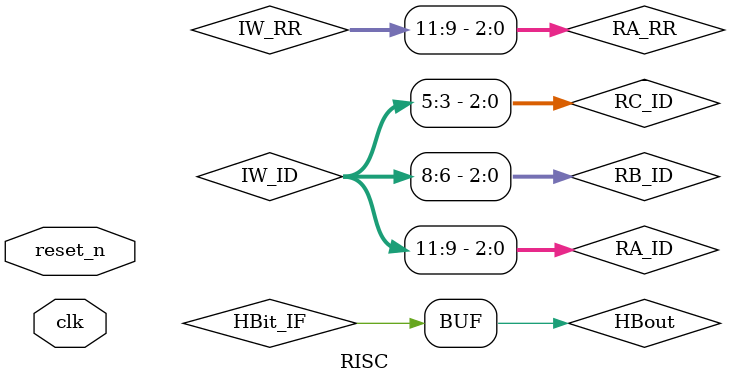
<source format=v>
module RISC (clk,reset_n);


///////////////////////////////////////////////////////////////////////
/////////////////////////////Interface Stage///////////////////////////
///////////////////////////////////////////////////////////////////////	
	
	input clk;
	input reset_n;

///////////////////////////////////////////////////////////////////////
/////////////////////////////Instruction Fetch/////////////////////////
///////////////////////////////////////////////////////////////////////
	wire HBit_IF;
	wire HBit_ID;
	wire HBit_WB;
	
	wire stop_WB;
	wire [5:0]stall;
	wire [15:0]Next_PC;
	wire [15:0]Current_PC;
	wire not_M_inst;
	PC ProgramCounter (clk,reset_n,Next_PC,not_M_inst & reset_n & !stall[5]||stop_WB,Current_PC);
	wire [15:0]IW_IF;
	instr_mem IM (Current_PC,IW_IF);
	
	wire [15:0]pc_1;
	adder  add_IF (Current_PC,16'h0001,pc_1);

	wire X_Validity_IF_ID;
	wire [15:0] IW_ID;
	wire [15:0] PC_ID;
	wire Validity_ID;
	Datapath_IF_ID Datapath_IF_ID (clk,reset_n,X_Validity_IF_ID,
									IW_IF,Current_PC,
									IW_ID,PC_ID,Validity_ID,stall[4],HBit_IF,HBit_ID);


///////////////////////////////////////////////////////////////////////
/////////////////////////////Instruction Decode////////////////////////
///////////////////////////////////////////////////////////////////////
	wire R_type_ID;
	wire [1:0] RD_ID;
	wire W_reg_ID;
	wire W_mem_ID;
	wire sel69_ID;
	wire LHI_ID;
	wire [2:0] alu_op_ID;
	wire [1:0] LMStart_ID;
	wire LW_SR_ID;
	wire MEM_ANS_ID;
	wire [1:0] Jump_ID;
	
	wire in_Validity_ID_RR;
	wire X_Validity_ID_RR;
	wire M_inst;
	wire stop_ID;
	
	assign in_Validity_ID_RR= M_inst | X_Validity_ID_RR & Validity_ID;

	iDecoder iDecoder (IW_ID,R_type_ID,RD_ID,W_reg_ID,W_mem_ID,sel69_ID,
						LHI_ID,alu_op_ID,LMStart_ID,LW_SR_ID,MEM_ANS_ID,
						Jump_ID,stop_ID);


	wire [2:0]RM_ID;
	M_inst_Controller MIC (clk,LMStart_ID,IW_ID[7:0],M_inst,RM_ID,reset_n);
	assign not_M_inst=!M_inst;
	
	wire [2:0]RA_ID;
	wire [2:0]RB_ID;
	wire [2:0]RC_ID;
	wire [2:0]RDest_ID;
	assign RA_ID=IW_ID[11:9];
	assign RB_ID=IW_ID[8:6];
	assign RC_ID=IW_ID[5:3];
	
	mux4_3 mux4_ID (RA_ID,RB_ID,RC_ID,RM_ID,RD_ID,RDest_ID);
	
	wire [15:0] out16_6;
	sign_6_16 sign_6_16 (IW_ID[5:0],out16_6);
	
	wire [15:0] out16_9;
	sign_9_16 sign_9_16 (LHI_ID,IW_ID[8:0],out16_9);
	
	wire [15:0] Imm_ID;
	mux2 mux2_ID (out16_6,out16_9,sel69_ID,Imm_ID);
	
//	wire in_Validity_ID_RR;
	wire [15:0]PC_RR;
	wire LHI_RR;
	wire [15:0]Imm_RR;
	wire [15:0]IW_RR;
	wire [1:0]LMStart_RR;
	wire [2:0]RDest_RR;
	wire R_type_RR;
	wire LW_SR_RR;
	wire [1:0] Jump_RR;
	wire [2:0] alu_op_RR;
	wire MEM_ANS_RR;
	wire W_reg_RR;
	wire W_mem_RR;
	wire Validity_RR;
	wire stop_RR;

	wire HBit_RR;
	
	Datapath_ID_RR Datapath_ID_RR (clk,reset_n,in_Validity_ID_RR,
									PC_ID,LHI_ID,Imm_ID,IW_ID,LMStart_ID,RDest_ID
									,R_type_ID,LW_SR_ID,Jump_ID,alu_op_ID,MEM_ANS_ID
									,W_mem_ID,W_reg_ID,
									PC_RR,LHI_RR,Imm_RR,IW_RR,LMStart_RR,RDest_RR
									,R_type_RR,LW_SR_RR,Jump_RR,alu_op_RR,MEM_ANS_RR
									,W_mem_RR,W_reg_RR,
									Validity_RR,
									stop_ID,stop_RR,stall[3],HBit_ID,HBit_RR);
///////////////////////////////////////////////////////////////////////
/////////////////////////////Register Read/////////////////////////////
///////////////////////////////////////////////////////////////////////
	
	wire [15:0] PC_WB;
	wire [2:0]RB_RR;
	mux2_3 mux2_RR_0 (IW_RR[8:6],RDest_RR,LMStart_RR[1],RB_RR);
	
	wire [2:0]RA_RR;
	wire [2:0]RDest_WB;
	wire W_reg_WB;
	wire [15:0] R_DATA_IN;
	wire [15:0] NData_A;
	wire [15:0] NData_B;
	wire [15:0] NData_A_tmp;
	wire [15:0] NData_B_tmp;
	
	wire [15:0] DATA_A;
	wire [15:0] DATA_B;

	assign RA_RR=IW_RR[11:9];
	
	Reg_file RBank (clk,reset_n,
					RA_RR,RB_RR,
					R_DATA_IN,RDest_WB,W_reg_WB,
					NData_A_tmp,NData_B_tmp,
					PC_WB);
	
	mux2 mux2_RR_R7_RA (NData_A_tmp,PC_RR,&RA_RR,NData_A);
	
	mux2 mux2_RR_R7_RB (NData_B_tmp,PC_RR,&RB_RR,NData_B);
	
	
	wire in_Validity_RR_EX;
	wire X_Validity_RR_EX;
	wire [15:0] in_src0,in_src1;

	
	wire [15:0] M_ADDR_RR;
	M_inst_addr_GEN MIAG (clk,LMStart_RR,
							DATA_A,M_ADDR_RR,
							reset_n,IW_RR[7:0]);
	wire [15:0] MData_in_RR;
	mux2 mux2_RR_1 (DATA_A,DATA_B,LMStart_RR[1],MData_in_RR);
	
	mux2 mux2_RR_2 (DATA_A,DATA_B,LW_SR_RR,in_src0);
	
	mux2 mux2_RR_3 (DATA_B,Imm_RR,R_type_RR,in_src1);


// 			Loose Ends of The FWD Technique
/*
	wire in_Validity_RR_EX;
	wire X_Validity_RR_EX;
	wire [15:0] in_src0,in_src1;
*/
	wire [15:0] PC_EX;
	wire LHI_EX;
	wire [15:0] M_ADDR_EX;
	wire [15:0] out_src0,out_src1;
	wire [1:0] LMStart_EX;
	wire [15:0] MData_in_EX;
	wire [2:0]alu_op_EX;
	wire MEM_ANS_EX;
	wire [2:0] RDest_EX;
	wire W_mem_EX;
	wire W_reg_EX_tmp;
	
	wire [1:0] Jump_EX;
	assign in_Validity_RR_EX = Validity_RR & X_Validity_RR_EX;
	
	wire stop_EX;

	wire Validity_EX;
	
	wire HBit_EX;
	

	
	
	Datapath_RR_EX Datapath_RR_EX (clk,reset_n,in_Validity_RR_EX,
									PC_RR,LHI_RR,M_ADDR_RR,in_src0,in_src1,LMStart_RR,MData_in_RR,
									RDest_RR,alu_op_RR,MEM_ANS_RR,W_mem_RR,W_reg_RR,Jump_RR,
									PC_EX,LHI_EX,M_ADDR_EX,out_src0,out_src1,LMStart_EX,
									MData_in_EX,RDest_EX,alu_op_EX,MEM_ANS_EX,W_mem_EX,
									W_reg_EX_tmp,Jump_EX,
			
									Validity_EX,
									stop_RR,stop_EX,stall[2],HBit_RR,HBit_EX);


//////////////////////////////////////////////////////////////////
/////////////////////////////EXEUCUTE/////////////////////////////
//////////////////////////////////////////////////////////////////

	wire [15:0]ans;
	wire allow;
	
	alu ALU (alu_op_EX,out_src0,out_src1,ans,reset_n,allow);
	
	wire [15:0] ans_src1;
	mux2 EX0 (ans,out_src1,LHI_EX,ans_src1);

	wire [15:0]PC_EX_1;
	wire [15:0] ans_LHI_PC_1;
	adder PC_ADDER_EX (PC_EX,16'h0001,PC_EX_1);
	
	mux2 EX1 (ans_src1,PC_EX_1,Jump_EX[1],ans_LHI_PC_1);
	
	wire W_reg_EX;
	assign W_reg_EX=W_reg_EX_tmp & allow;
	
	wire in_Validity_EX_MEM;
	wire X_Validity_EX_MEM;
	
	wire [15:0] M_ADDR_MEM;
	wire [15:0] ans_LHI_PC_1_MEM;
	wire [1:0] LMStart_MEM;
	wire [15:0] MData_in_MEM;
	wire [2:0]RDest_MEM;
	wire MEM_ANS_MEM;
	wire W_reg_MEM;
	wire W_mem_MEM;
	wire [15:0] PC_MEM;
	
	
	wire HBit_MA;
	

	assign	in_Validity_EX_MEM = Validity_EX & X_Validity_EX_MEM;
	
	wire stop_MEM;

	wire Validity_MEM;
	Datapath_EX_MEM Datapath_EX_MEM (clk,reset_n,in_Validity_EX_MEM,
										M_ADDR_EX,ans_LHI_PC_1,LMStart_EX,MData_in_EX,RDest_EX,
										MEM_ANS_EX,W_mem_EX,W_reg_EX,PC_EX,
										M_ADDR_MEM,ans_LHI_PC_1_MEM,LMStart_MEM,MData_in_MEM,
										RDest_MEM,MEM_ANS_MEM,W_mem_MEM,W_reg_MEM,PC_MEM,
										Validity_MEM,
										stop_EX,stop_MEM,stall[1],HBit_EX,HBit_MA);

///////////////////////////////////////////////////////////////////////
/////////////////////////////MEMORY ACCESS/////////////////////////////
///////////////////////////////////////////////////////////////////////

	wire [15:0] ADDR;
	mux2 MEM0 (ans_LHI_PC_1_MEM,M_ADDR_MEM,LMStart_MEM[1],ADDR);

	wire [15:0]DATA_out;
	data_mem DATA_MEMORY (clk,ADDR,MData_in_MEM,DATA_out,W_mem_MEM,reset_n);
	
	wire [15:0]in_Result;
	mux2 MEM1 (DATA_out,ans_LHI_PC_1_MEM,MEM_ANS_MEM,in_Result);
	
	
	wire in_Validity_MEM_WB;
	wire X_Validity_MEM_WB;

	wire [15:0]out_Result;
//	wire [2:0] RDest_WB;
//	wire W_reg_WB;
	assign in_Validity_MEM_WB= Validity_MEM & X_Validity_MEM_WB ;
	
	wire Validity_WB;
	Datapath_MEM_WB Datapath_MEM_WB (clk,reset_n,in_Validity_MEM_WB,
									in_Result,RDest_MEM,W_reg_MEM,PC_MEM,
									out_Result,RDest_WB,W_reg_WB,PC_WB,
									Validity_WB,
									stop_MEM,stop_WB,stall[0],HBit_MA,HBit_WB);

///////////////////////////////////////////////////////////////////////
//////////////////////////// WRITE BACK  //////////////////////////////
///////////////////////////////////////////////////////////////////////
	
	assign R_DATA_IN=out_Result;
	wire [1:0]FWD_RA_N_EX_MEM_WB;
	wire [1:0]FWD_RB_N_EX_MEM_WB;

	DATA_FWD DATA_FWD (LMStart_RR,|Jump_RR,W_reg_RR,W_reg_EX,W_reg_MEM,W_reg_WB,W_mem_RR,
				RDest_EX,RDest_MEM,RDest_WB,
				RA_RR,RB_RR,
				FWD_RA_N_EX_MEM_WB,
				FWD_RB_N_EX_MEM_WB);
	//when load in exe and RR need that loaded Value
	wire except_LW_RR;
	assign except_LW_RR = W_reg_RR==1'b1 && alu_op_EX==3'b000 && MEM_ANS_EX==1'b0 && (FWD_RA_N_EX_MEM_WB==2'b01 || FWD_RB_N_EX_MEM_WB==2'b01 ) ? 1'b1 :1'b0;
	wire Beq;
	assign Beq = DATA_A==DATA_B ? 1'b1 : 1'b0;
	wire [1:0] SEL_PC;
	wire HBout;
	wire [15:0] PC_IMM;
	
	wire except_R7_HM;
	assign except_R7_HM =PC_MEM==out_Result && HBit_WB==1'b1 &&W_reg_WB==1'b1 && RDest_WB==3'b111 ? 1'b1 : 1'b0;
	wire except_JAL_HM;
	assign except_JAL_HM =PC_IMM==Current_PC && HBit_ID==1'b1 &&Jump_ID==2'b10 ? 1'b1 : 1'b0;
	wire except_JLR_HM;
	assign except_JLR_HM =DATA_B==PC_ID && HBit_RR &&Jump_ID==2'b11 ? 1'b1 : 1'b0;
	wire except_BEQ_HM;
	assign except_BEQ_HM =PC_IMM==PC_ID && HBit_RR&&Jump_RR==2'b01==1'b1 ? 1'b1 : 1'b0;
	
	HM HM (reset_n,M_inst,RDest_WB,W_reg_WB,Jump_ID,Jump_RR,
			Beq,
			X_Validity_IF_ID,X_Validity_ID_RR,X_Validity_RR_EX,
			X_Validity_EX_MEM,X_Validity_MEM_WB,
			SEL_PC,stop_ID,stop_MEM,stop_WB,
			stall,except_LW_RR,{HBit_IF,HBit_ID,HBit_RR,HBit_EX,HBit_MA,HBit_WB},except_R7_HM,except_JAL_HM,except_JLR_HM,except_BEQ_HM);		

	
	wire imm_sel;
	//assign imm_sel= reset_n&(Beq&! | &!);
	//*********************************************************************************************need assign
	assign imm_sel= Beq&&!Jump_RR[1]&&Jump_RR[0];
	wire [15:0] mux_PC_IMM0_ans;
	wire [15:0] mux_PC_IMM1_ans;
	mux2 mux_PC_IMM0 (PC_ID,PC_RR,imm_sel,mux_PC_IMM0_ans);
	mux2 mux_PC_IMM1 (Imm_ID,Imm_RR,imm_sel,mux_PC_IMM1_ans);
/*	mux2 mux_PC_IMM0 (PC_RR,PC_ID,imm_sel,mux_PC_IMM0_ans);
	mux2 mux_PC_IMM1 (Imm_RR,Imm_ID,imm_sel,mux_PC_IMM1_ans);*/
	wire [15:0] Next_PC_tmp0;
	wire [15:0] Next_PC_tmp1;
	wire [15:0] Next_PC_tmp2;
	adder add_imm (mux_PC_IMM0_ans,mux_PC_IMM1_ans,PC_IMM);
	mux4  mux4_RR0 (NData_A,ans_LHI_PC_1,in_Result,out_Result,FWD_RA_N_EX_MEM_WB,DATA_A);
	mux4  mux4_RR1 (NData_B,ans_LHI_PC_1,in_Result,out_Result,FWD_RB_N_EX_MEM_WB,DATA_B);

	mux4 PC_SELECTION (pc_1,PC_IMM,DATA_B,out_Result,SEL_PC,Next_PC_tmp0);
				
	wire [15:0]CDC;
/*	assign CDC=Jump_ID==2'b10 		 	? PC_ID 	:
				((Jump_RR==2'b01&&Beq 	? PC_RR 	:
				  (Jump_RR==2'b11 		? PC_ID 	:
					(SEL_PC==2'b11		? PC_WB		:
										  Current_PC
					)
				   )
				 )
				);*/
	assign CDC=SEL_PC==2'b11		 	? PC_WB 	:
				((Jump_RR==2'b01&&Beq 	? PC_RR 	:
				  (Jump_RR==2'b11 		? PC_ID 	:
					(Jump_ID==2'b10		? PC_ID		:
										  Current_PC
					)
				   )
				 )
				);
				
	//HBT
	HBT HBTable (clk,reset_n,CDC,Next_PC_tmp0,Next_PC_tmp1,|SEL_PC ,|SEL_PC,HBout);
//	HBT HBTable (clk,reset_n,CDC,Next_PC_tmp0,Next_PC_tmp1,|SEL_PC && !stop_MEM,|SEL_PC,HBout);
	mux2 HB_enabled (Next_PC_tmp0,Next_PC_tmp1,HBout,Next_PC_tmp2);
	//assign Next_PC=Next_PC_tmp0;
	assign HBit_IF=HBout;
	
	mux2 HLT_SYNC (Next_PC_tmp2,PC_WB,stall[0],Next_PC);
	
	
 endmodule
</source>
